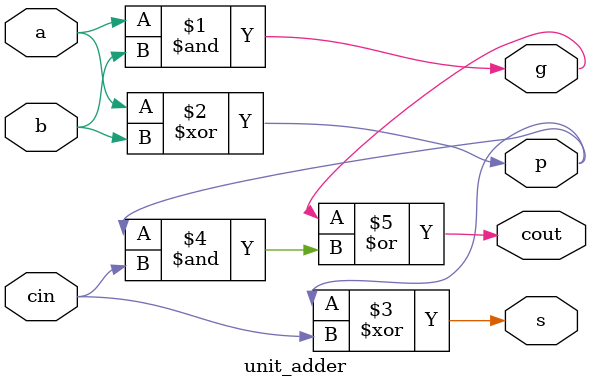
<source format=sv>
/*
Unit adder for carry look ahead
*/

module unit_adder(
    input logic a, b, cin, 
    output logic g, p, s, cout
); 


assign g = a & b;    // generate
assign p = a ^ b;    // propagate
assign s = p ^ cin;  // sum 

assign cout = g | (p & cin); 

endmodule 
</source>
